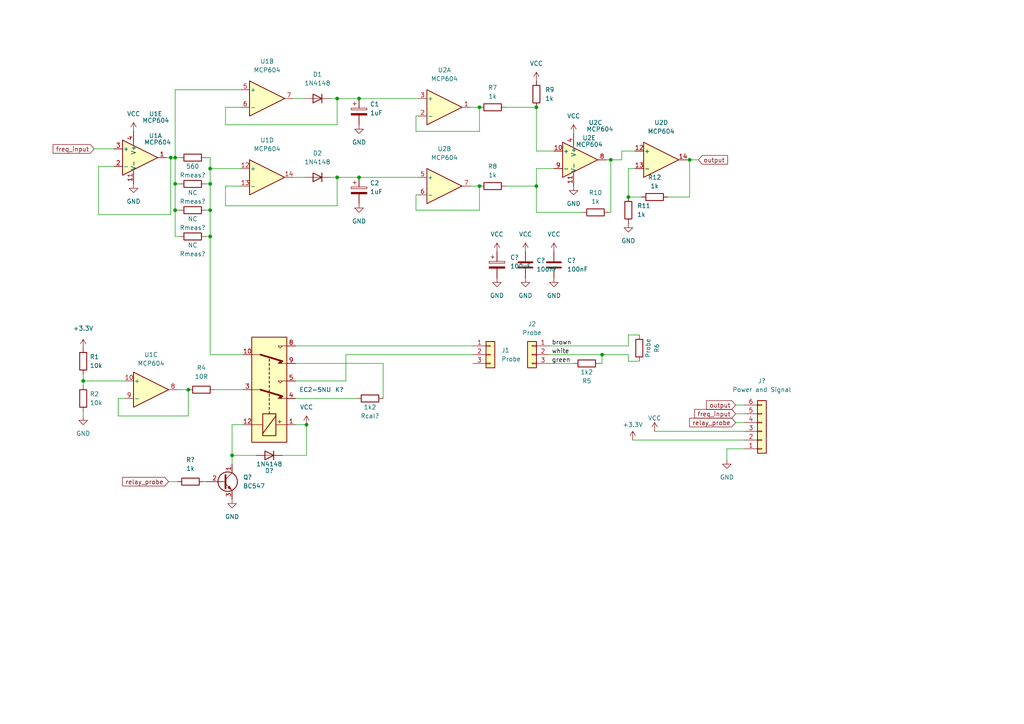
<source format=kicad_sch>
(kicad_sch (version 20211123) (generator eeschema)
  (paper "A4")
  (lib_symbols
    (symbol "Amplifier_Operational:MCP604" (pin_names (offset 0.127))
      (property "Reference" "U" (at 0 5.08 0))
      (property "Value" "MCP604" (at 0 -5.08 0))
      (symbol "MCP604_1_1"
        (polyline (pts (xy -5.08 5.08) (xy 5.08 0) (xy -5.08 -5.08) (xy -5.08 5.08)) (stroke (width 0.254)) (fill (type background)))
        (pin output line (at 7.62 0 180) (length 2.54) (name "~") (number "1"))
        (pin input line (at -7.62 -2.54 0) (length 2.54) (name "-") (number "2"))
        (pin input line (at -7.62 2.54 0) (length 2.54) (name "+") (number "3"))
      )
      (symbol "MCP604_2_1"
        (polyline (pts (xy -5.08 5.08) (xy 5.08 0) (xy -5.08 -5.08) (xy -5.08 5.08)) (stroke (width 0.254)) (fill (type background)))
        (pin input line (at -7.62 2.54 0) (length 2.54) (name "+") (number "5"))
        (pin input line (at -7.62 -2.54 0) (length 2.54) (name "-") (number "6"))
        (pin output line (at 7.62 0 180) (length 2.54) (name "~") (number "7"))
      )
      (symbol "MCP604_3_1"
        (polyline (pts (xy -5.08 5.08) (xy 5.08 0) (xy -5.08 -5.08) (xy -5.08 5.08)) (stroke (width 0.254)) (fill (type background)))
        (pin input line (at -7.62 2.54 0) (length 2.54) (name "+") (number "10"))
        (pin output line (at 7.62 0 180) (length 2.54) (name "~") (number "8"))
        (pin input line (at -7.62 -2.54 0) (length 2.54) (name "-") (number "9"))
      )
      (symbol "MCP604_4_1"
        (polyline (pts (xy -5.08 5.08) (xy 5.08 0) (xy -5.08 -5.08) (xy -5.08 5.08)) (stroke (width 0.254)) (fill (type background)))
        (pin input line (at -7.62 2.54 0) (length 2.54) (name "+") (number "12"))
        (pin input line (at -7.62 -2.54 0) (length 2.54) (name "-") (number "13"))
        (pin output line (at 7.62 0 180) (length 2.54) (name "~") (number "14"))
      )
      (symbol "MCP604_5_1"
        (pin power_in line (at -2.54 -7.62 90) (length 3.81) (name "V-") (number "11"))
        (pin power_in line (at -2.54 7.62 270) (length 3.81) (name "V+") (number "4"))
      )
    )
    (symbol "Connector_Generic:Conn_01x03" (pin_names (offset 1.016) hide)
      (property "Reference" "J" (at 0 5.08 0))
      (property "Value" "Conn_01x03" (at 0 -5.08 0))
      (symbol "Conn_01x03_1_1"
        (rectangle (start -1.27 -2.413) (end 0 -2.667) (stroke (width 0.1524)))
        (rectangle (start -1.27 0.127) (end 0 -0.127) (stroke (width 0.1524)))
        (rectangle (start -1.27 2.667) (end 0 2.413) (stroke (width 0.1524)))
        (rectangle (start -1.27 3.81) (end 1.27 -3.81) (stroke (width 0.254)) (fill (type background)))
        (pin passive line (at -5.08 2.54 0) (length 3.81) (name "Pin_1") (number "1"))
        (pin passive line (at -5.08 0 0) (length 3.81) (name "Pin_2") (number "2"))
        (pin passive line (at -5.08 -2.54 0) (length 3.81) (name "Pin_3") (number "3"))
      )
    )
    (symbol "Connector_Generic:Conn_01x06" (pin_names (offset 1.016) hide)
      (property "Reference" "J" (at 0 7.62 0))
      (property "Value" "Conn_01x06" (at 0 -10.16 0))
      (symbol "Conn_01x06_1_1"
        (rectangle (start -1.27 -7.493) (end 0 -7.747) (stroke (width 0.1524)))
        (rectangle (start -1.27 -4.953) (end 0 -5.207) (stroke (width 0.1524)))
        (rectangle (start -1.27 -2.413) (end 0 -2.667) (stroke (width 0.1524)))
        (rectangle (start -1.27 0.127) (end 0 -0.127) (stroke (width 0.1524)))
        (rectangle (start -1.27 2.667) (end 0 2.413) (stroke (width 0.1524)))
        (rectangle (start -1.27 5.207) (end 0 4.953) (stroke (width 0.1524)))
        (rectangle (start -1.27 6.35) (end 1.27 -8.89) (stroke (width 0.254)) (fill (type background)))
        (pin passive line (at -5.08 5.08 0) (length 3.81) (name "Pin_1") (number "1"))
        (pin passive line (at -5.08 2.54 0) (length 3.81) (name "Pin_2") (number "2"))
        (pin passive line (at -5.08 0 0) (length 3.81) (name "Pin_3") (number "3"))
        (pin passive line (at -5.08 -2.54 0) (length 3.81) (name "Pin_4") (number "4"))
        (pin passive line (at -5.08 -5.08 0) (length 3.81) (name "Pin_5") (number "5"))
        (pin passive line (at -5.08 -7.62 0) (length 3.81) (name "Pin_6") (number "6"))
      )
    )
    (symbol "Device:C" (pin_numbers hide) (pin_names (offset 0.254))
      (property "Reference" "C" (at 0.635 2.54 0))
      (property "Value" "C" (at 0.635 -2.54 0))
      (symbol "C_0_1"
        (polyline (pts (xy -2.032 -0.762) (xy 2.032 -0.762)) (stroke (width 0.508)))
        (polyline (pts (xy -2.032 0.762) (xy 2.032 0.762)) (stroke (width 0.508)))
      )
      (symbol "C_1_1"
        (pin passive line (at 0 3.81 270) (length 2.794) (name "~") (number "1"))
        (pin passive line (at 0 -3.81 90) (length 2.794) (name "~") (number "2"))
      )
    )
    (symbol "Device:C_Polarized" (pin_numbers hide) (pin_names (offset 0.254))
      (property "Reference" "C" (at 0.635 2.54 0))
      (property "Value" "C_Polarized" (at 0.635 -2.54 0))
      (symbol "C_Polarized_0_1"
        (rectangle (start -2.286 0.508) (end 2.286 1.016))
        (polyline (pts (xy -1.778 2.286) (xy -0.762 2.286)))
        (polyline (pts (xy -1.27 2.794) (xy -1.27 1.778)))
        (rectangle (start 2.286 -0.508) (end -2.286 -1.016) (fill (type outline)))
      )
      (symbol "C_Polarized_1_1"
        (pin passive line (at 0 3.81 270) (length 2.794) (name "~") (number "1"))
        (pin passive line (at 0 -3.81 90) (length 2.794) (name "~") (number "2"))
      )
    )
    (symbol "Device:R" (pin_numbers hide) (pin_names (offset 0))
      (property "Reference" "R" (at 2.032 0 90))
      (property "Value" "R" (at 0 0 90))
      (symbol "R_0_1"
        (rectangle (start -1.016 -2.54) (end 1.016 2.54) (stroke (width 0.254)))
      )
      (symbol "R_1_1"
        (pin passive line (at 0 3.81 270) (length 1.27) (name "~") (number "1"))
        (pin passive line (at 0 -3.81 90) (length 1.27) (name "~") (number "2"))
      )
    )
    (symbol "Diode:1N4148" (pin_numbers hide) (pin_names hide)
      (property "Reference" "D" (at 0 2.54 0))
      (property "Value" "1N4148" (at 0 -2.54 0))
      (symbol "1N4148_0_1"
        (polyline (pts (xy -1.27 1.27) (xy -1.27 -1.27)) (stroke (width 0.254)))
        (polyline (pts (xy 1.27 0) (xy -1.27 0)))
        (polyline (pts (xy 1.27 1.27) (xy 1.27 -1.27) (xy -1.27 0) (xy 1.27 1.27)) (stroke (width 0.254)))
      )
      (symbol "1N4148_1_1"
        (pin passive line (at -3.81 0 0) (length 2.54) (name "K") (number "1"))
        (pin passive line (at 3.81 0 180) (length 2.54) (name "A") (number "2"))
      )
    )
    (symbol "EC2-5NU_1"
      (property "Reference" "K?" (at 0 20.32 90))
      (property "Value" "EC2-5NU_1" (at 0 17.78 90))
      (symbol "EC2-5NU_1_1_1"
        (rectangle (start -15.24 5.08) (end 15.24 -5.08) (stroke (width 0.254)) (fill (type background)))
        (rectangle (start -13.335 1.905) (end -6.985 -1.905) (stroke (width 0.254)))
        (polyline (pts (xy -12.7 -1.905) (xy -7.62 1.905)) (stroke (width 0.254)))
        (polyline (pts (xy -10.16 -5.08) (xy -10.16 -1.905)))
        (polyline (pts (xy -10.16 5.08) (xy -10.16 1.905)))
        (polyline (pts (xy -6.985 0) (xy -6.35 0)) (stroke (width 0.254)))
        (polyline (pts (xy -5.715 0) (xy -5.08 0)) (stroke (width 0.254)))
        (polyline (pts (xy -4.445 0) (xy -3.81 0)) (stroke (width 0.254)))
        (polyline (pts (xy -3.175 0) (xy -2.54 0)) (stroke (width 0.254)))
        (polyline (pts (xy -1.905 0) (xy -1.27 0)) (stroke (width 0.254)))
        (polyline (pts (xy -0.635 0) (xy 0 0)) (stroke (width 0.254)))
        (polyline (pts (xy 0 -2.54) (xy -1.905 3.81)) (stroke (width 0.508)))
        (polyline (pts (xy 0 -2.54) (xy 0 -5.08)))
        (polyline (pts (xy 0.635 0) (xy 1.27 0)) (stroke (width 0.254)))
        (polyline (pts (xy 1.905 0) (xy 2.54 0)) (stroke (width 0.254)))
        (polyline (pts (xy 3.175 0) (xy 3.81 0)) (stroke (width 0.254)))
        (polyline (pts (xy 4.445 0) (xy 5.08 0)) (stroke (width 0.254)))
        (polyline (pts (xy 5.715 0) (xy 6.35 0)) (stroke (width 0.254)))
        (polyline (pts (xy 6.985 0) (xy 7.62 0)) (stroke (width 0.254)))
        (polyline (pts (xy 8.255 0) (xy 8.89 0)) (stroke (width 0.254)))
        (polyline (pts (xy 10.16 -2.54) (xy 8.255 3.81)) (stroke (width 0.508)))
        (polyline (pts (xy 10.16 -2.54) (xy 10.16 -5.08)))
        (polyline (pts (xy -2.54 5.08) (xy -2.54 2.54) (xy -1.905 3.175) (xy -2.54 3.81)) (fill (type outline)))
        (polyline (pts (xy 2.54 5.08) (xy 2.54 2.54) (xy 1.905 3.175) (xy 2.54 3.81)))
        (polyline (pts (xy 7.62 5.08) (xy 7.62 2.54) (xy 8.255 3.175) (xy 7.62 3.81)) (fill (type outline)))
        (polyline (pts (xy 12.7 5.08) (xy 12.7 2.54) (xy 12.065 3.175) (xy 12.7 3.81)))
        (text "+" (at -9.271 2.921 0) (effects (font (size 1.27 1.27))))
        (pin passive line (at -10.16 7.62 270) (length 2.54) (name "~") (number "1"))
        (pin passive line (at 10.16 -7.62 90) (length 2.54) (name "~") (number "10"))
        (pin passive line (at -10.16 -7.62 90) (length 2.54) (name "~") (number "12"))
        (pin passive line (at 0 -7.62 90) (length 2.54) (name "~") (number "3"))
        (pin passive line (at -2.54 7.62 270) (length 2.54) (name "~") (number "4"))
        (pin passive line (at 2.54 7.62 270) (length 2.54) (name "~") (number "5"))
        (pin passive line (at 12.7 7.62 270) (length 2.54) (name "~") (number "8"))
        (pin passive line (at 7.62 7.62 270) (length 2.54) (name "~") (number "9"))
      )
    )
    (symbol "Transistor_BJT:BC547" (pin_names (offset 0) hide)
      (property "Reference" "Q" (at 5.08 1.905 0))
      (property "Value" "BC547" (at 5.08 0 0))
      (symbol "BC547_0_1"
        (polyline (pts (xy 0 0) (xy 0.635 0)))
        (polyline (pts (xy 0.635 0.635) (xy 2.54 2.54)))
        (polyline (pts (xy 0.635 -0.635) (xy 2.54 -2.54) (xy 2.54 -2.54)))
        (polyline (pts (xy 0.635 1.905) (xy 0.635 -1.905) (xy 0.635 -1.905)) (stroke (width 0.508)))
        (polyline (pts (xy 1.27 -1.778) (xy 1.778 -1.27) (xy 2.286 -2.286) (xy 1.27 -1.778) (xy 1.27 -1.778)) (fill (type outline)))
        (circle (center 1.27 0) (radius 2.8194) (stroke (width 0.254)))
      )
      (symbol "BC547_1_1"
        (pin passive line (at 2.54 5.08 270) (length 2.54) (name "C") (number "1"))
        (pin input line (at -5.08 0 0) (length 5.08) (name "B") (number "2"))
        (pin passive line (at 2.54 -5.08 90) (length 2.54) (name "E") (number "3"))
      )
    )
    (symbol "power:+3.3V" (power) (pin_names (offset 0))
      (property "Value" "+3.3V" (at 0 3.556 0))
      (symbol "+3.3V_0_1"
        (polyline (pts (xy -0.762 1.27) (xy 0 2.54)))
        (polyline (pts (xy 0 0) (xy 0 2.54)))
        (polyline (pts (xy 0 2.54) (xy 0.762 1.27)))
      )
      (symbol "+3.3V_1_1"
        (pin power_in line (at 0 0 90) (length 0) hide (name "+3.3V") (number "1"))
      )
    )
    (symbol "power:GND" (power) (pin_names (offset 0))
      (property "Value" "GND" (at 0 -3.81 0))
      (symbol "GND_0_1"
        (polyline (pts (xy 0 0) (xy 0 -1.27) (xy 1.27 -1.27) (xy 0 -2.54) (xy -1.27 -1.27) (xy 0 -1.27)))
      )
      (symbol "GND_1_1"
        (pin power_in line (at 0 0 270) (length 0) hide (name "GND") (number "1"))
      )
    )
    (symbol "power:VCC" (power) (pin_names (offset 0))
      (property "Value" "VCC" (at 0 3.81 0))
      (symbol "VCC_0_1"
        (polyline (pts (xy -0.762 1.27) (xy 0 2.54)))
        (polyline (pts (xy 0 0) (xy 0 2.54)))
        (polyline (pts (xy 0 2.54) (xy 0.762 1.27)))
      )
      (symbol "VCC_1_1"
        (pin power_in line (at 0 0 90) (length 0) hide (name "VCC") (number "1"))
      )
    )
  )
  (junction (at 155.575 31.115))
  (junction (at 182.245 57.15))
  (junction (at 67.31 132.08))
  (junction (at 50.8 45.72))
  (junction (at 50.8 53.34))
  (junction (at 97.79 51.435))
  (junction (at 177.165 46.355))
  (junction (at 174.625 102.87))
  (junction (at 60.96 48.895))
  (junction (at 60.96 53.34))
  (junction (at 139.065 53.975))
  (junction (at 60.96 60.96))
  (junction (at 50.8 60.96))
  (junction (at 49.53 45.72))
  (junction (at 24.13 110.49))
  (junction (at 54.61 113.03))
  (junction (at 104.14 51.435))
  (junction (at 97.79 28.575))
  (junction (at 88.9 123.19))
  (junction (at 200.025 46.355))
  (junction (at 155.575 53.975))
  (junction (at 139.065 31.115))
  (junction (at 104.14 28.575))
  (junction (at 60.96 68.58))
  (wire (pts (xy 70.485 102.87) (xy 60.96 102.87)))
  (wire (pts (xy 174.625 105.41) (xy 173.99 105.41)))
  (wire (pts (xy 50.8 53.34) (xy 50.8 45.72)))
  (wire (pts (xy 100.33 102.87) (xy 100.33 110.49)))
  (wire (pts (xy 139.065 38.1) (xy 120.65 38.1)))
  (wire (pts (xy 180.34 43.815) (xy 184.15 43.815)))
  (wire (pts (xy 200.025 46.355) (xy 199.39 46.355)))
  (wire (pts (xy 168.91 61.595) (xy 155.575 61.595)))
  (wire (pts (xy 177.165 46.355) (xy 175.895 46.355)))
  (wire (pts (xy 34.29 120.65) (xy 34.29 115.57)))
  (wire (pts (xy 120.65 60.96) (xy 120.65 56.515)))
  (wire (pts (xy 67.31 123.19) (xy 70.485 123.19)))
  (wire (pts (xy 88.9 123.19) (xy 88.9 132.08)))
  (wire (pts (xy 97.79 36.195) (xy 97.79 28.575)))
  (wire (pts (xy 189.865 125.095) (xy 215.9 125.095)))
  (wire (pts (xy 146.685 31.115) (xy 155.575 31.115)))
  (wire (pts (xy 177.165 46.355) (xy 180.34 46.355)))
  (wire (pts (xy 50.8 26.035) (xy 69.85 26.035)))
  (wire (pts (xy 180.34 46.355) (xy 180.34 43.815)))
  (wire (pts (xy 120.65 33.655) (xy 121.285 33.655)))
  (wire (pts (xy 59.69 53.34) (xy 60.96 53.34)))
  (wire (pts (xy 139.065 31.115) (xy 139.065 38.1)))
  (wire (pts (xy 48.26 45.72) (xy 49.53 45.72)))
  (wire (pts (xy 85.09 51.435) (xy 88.265 51.435)))
  (wire (pts (xy 182.245 48.895) (xy 182.245 57.15)))
  (wire (pts (xy 182.245 104.775) (xy 185.42 104.775)))
  (wire (pts (xy 49.53 62.23) (xy 28.575 62.23)))
  (wire (pts (xy 159.385 105.41) (xy 166.37 105.41)))
  (wire (pts (xy 174.625 102.87) (xy 174.625 105.41)))
  (wire (pts (xy 155.575 48.895) (xy 160.655 48.895)))
  (wire (pts (xy 146.685 53.975) (xy 155.575 53.975)))
  (wire (pts (xy 50.8 68.58) (xy 50.8 60.96)))
  (wire (pts (xy 97.79 51.435) (xy 104.14 51.435)))
  (wire (pts (xy 34.29 115.57) (xy 36.195 115.57)))
  (wire (pts (xy 215.9 130.175) (xy 210.82 130.175)))
  (wire (pts (xy 48.895 139.7) (xy 51.435 139.7)))
  (wire (pts (xy 54.61 113.03) (xy 54.61 120.65)))
  (wire (pts (xy 60.96 60.96) (xy 60.96 68.58)))
  (wire (pts (xy 59.69 68.58) (xy 60.96 68.58)))
  (wire (pts (xy 182.245 57.15) (xy 186.055 57.15)))
  (wire (pts (xy 85.725 100.33) (xy 137.16 100.33)))
  (wire (pts (xy 97.79 59.69) (xy 65.405 59.69)))
  (wire (pts (xy 97.79 28.575) (xy 95.885 28.575)))
  (wire (pts (xy 85.09 28.575) (xy 88.265 28.575)))
  (wire (pts (xy 28.575 62.23) (xy 28.575 48.26)))
  (wire (pts (xy 49.53 45.72) (xy 49.53 62.23)))
  (wire (pts (xy 28.575 48.26) (xy 33.02 48.26)))
  (wire (pts (xy 120.65 38.1) (xy 120.65 33.655)))
  (wire (pts (xy 139.065 60.96) (xy 120.65 60.96)))
  (wire (pts (xy 60.96 53.34) (xy 60.96 60.96)))
  (wire (pts (xy 59.69 60.96) (xy 60.96 60.96)))
  (wire (pts (xy 50.8 45.72) (xy 52.07 45.72)))
  (wire (pts (xy 65.405 31.115) (xy 65.405 36.195)))
  (wire (pts (xy 182.245 97.155) (xy 182.245 100.33)))
  (wire (pts (xy 97.79 28.575) (xy 104.14 28.575)))
  (wire (pts (xy 65.405 59.69) (xy 65.405 53.975)))
  (wire (pts (xy 69.85 48.895) (xy 60.96 48.895)))
  (wire (pts (xy 174.625 102.87) (xy 182.245 102.87)))
  (wire (pts (xy 182.245 102.87) (xy 182.245 104.775)))
  (wire (pts (xy 24.13 110.49) (xy 36.195 110.49)))
  (wire (pts (xy 159.385 100.33) (xy 182.245 100.33)))
  (wire (pts (xy 213.36 120.015) (xy 215.9 120.015)))
  (wire (pts (xy 62.23 113.03) (xy 70.485 113.03)))
  (wire (pts (xy 67.31 132.08) (xy 74.295 132.08)))
  (wire (pts (xy 52.07 53.34) (xy 50.8 53.34)))
  (wire (pts (xy 184.15 48.895) (xy 182.245 48.895)))
  (wire (pts (xy 50.8 60.96) (xy 50.8 53.34)))
  (wire (pts (xy 88.9 132.08) (xy 81.915 132.08)))
  (wire (pts (xy 210.82 130.175) (xy 210.82 133.35)))
  (wire (pts (xy 213.36 122.555) (xy 215.9 122.555)))
  (wire (pts (xy 59.055 139.7) (xy 59.69 139.7)))
  (wire (pts (xy 69.85 31.115) (xy 65.405 31.115)))
  (wire (pts (xy 213.36 117.475) (xy 215.9 117.475)))
  (wire (pts (xy 24.13 110.49) (xy 24.13 111.76)))
  (wire (pts (xy 60.96 48.895) (xy 60.96 53.34)))
  (wire (pts (xy 136.525 53.975) (xy 139.065 53.975)))
  (wire (pts (xy 177.165 61.595) (xy 177.165 46.355)))
  (wire (pts (xy 65.405 53.975) (xy 69.85 53.975)))
  (wire (pts (xy 59.69 45.72) (xy 60.96 45.72)))
  (wire (pts (xy 155.575 61.595) (xy 155.575 53.975)))
  (wire (pts (xy 200.025 46.355) (xy 202.565 46.355)))
  (wire (pts (xy 50.8 45.72) (xy 50.8 26.035)))
  (wire (pts (xy 139.065 53.975) (xy 139.065 60.96)))
  (wire (pts (xy 67.31 132.08) (xy 67.31 123.19)))
  (wire (pts (xy 49.53 45.72) (xy 50.8 45.72)))
  (wire (pts (xy 185.42 97.155) (xy 182.245 97.155)))
  (wire (pts (xy 24.13 108.585) (xy 24.13 110.49)))
  (wire (pts (xy 60.96 45.72) (xy 60.96 48.895)))
  (wire (pts (xy 54.61 120.65) (xy 34.29 120.65)))
  (wire (pts (xy 85.725 123.19) (xy 88.9 123.19)))
  (wire (pts (xy 159.385 102.87) (xy 174.625 102.87)))
  (wire (pts (xy 97.79 51.435) (xy 97.79 59.69)))
  (wire (pts (xy 111.125 105.41) (xy 111.125 115.57)))
  (wire (pts (xy 120.65 56.515) (xy 121.285 56.515)))
  (wire (pts (xy 52.07 60.96) (xy 50.8 60.96)))
  (wire (pts (xy 24.13 119.38) (xy 24.13 120.65)))
  (wire (pts (xy 193.675 57.15) (xy 200.025 57.15)))
  (wire (pts (xy 137.16 102.87) (xy 100.33 102.87)))
  (wire (pts (xy 95.885 51.435) (xy 97.79 51.435)))
  (wire (pts (xy 100.33 110.49) (xy 85.725 110.49)))
  (wire (pts (xy 155.575 43.815) (xy 160.655 43.815)))
  (wire (pts (xy 183.515 127.635) (xy 215.9 127.635)))
  (wire (pts (xy 155.575 31.115) (xy 155.575 43.815)))
  (wire (pts (xy 85.725 105.41) (xy 111.125 105.41)))
  (wire (pts (xy 52.07 68.58) (xy 50.8 68.58)))
  (wire (pts (xy 155.575 53.975) (xy 155.575 48.895)))
  (wire (pts (xy 60.96 68.58) (xy 60.96 102.87)))
  (wire (pts (xy 104.14 51.435) (xy 121.285 51.435)))
  (wire (pts (xy 103.505 115.57) (xy 85.725 115.57)))
  (wire (pts (xy 200.025 57.15) (xy 200.025 46.355)))
  (wire (pts (xy 176.53 61.595) (xy 177.165 61.595)))
  (wire (pts (xy 136.525 31.115) (xy 139.065 31.115)))
  (wire (pts (xy 51.435 113.03) (xy 54.61 113.03)))
  (wire (pts (xy 65.405 36.195) (xy 97.79 36.195)))
  (wire (pts (xy 67.31 134.62) (xy 67.31 132.08)))
  (wire (pts (xy 27.305 43.18) (xy 33.02 43.18)))
  (wire (pts (xy 104.14 28.575) (xy 121.285 28.575)))
  (label "green" (at 160.02 105.41 0))
  (label "brown" (at 160.02 100.33 0))
  (label "white" (at 160.02 102.87 0))
  (global_label "freq_input" (shape input) (at 27.305 43.18 180) (property "Intersheet References" "${INTERSHEET_REFS}" (effects hide)))
  (global_label "output" (shape input) (at 213.36 117.475 180) (property "Intersheet References" "${INTERSHEET_REFS}" (effects hide)))
  (global_label "relay_probe" (shape input) (at 48.895 139.7 180) (property "Intersheet References" "${INTERSHEET_REFS}" (effects hide)))
  (global_label "relay_probe" (shape input) (at 213.36 122.555 180) (property "Intersheet References" "${INTERSHEET_REFS}" (effects hide)))
  (global_label "output" (shape input) (at 202.565 46.355 0) (property "Intersheet References" "${INTERSHEET_REFS}" (effects hide)))
  (global_label "freq_input" (shape input) (at 213.36 120.015 180) (property "Intersheet References" "${INTERSHEET_REFS}" (effects hide)))
  (symbol (lib_id "Amplifier_Operational:MCP604") (at 43.815 113.03 0) (unit 3)
    (property "Reference" "U1" (at 43.815 102.87 0))
    (property "Value" "MCP604" (at 43.815 105.41 0))
    (property "Datasheet" "http://ww1.microchip.com/downloads/en/DeviceDoc/21314g.pdf" (effects hide))
  )
  (symbol (lib_id "power:VCC") (at 144.145 73.025 0) (unit 1)
    (property "Reference" "#PWR?" (effects hide))
    (property "Value" "VCC" (at 144.145 67.945 0))
  )
  (symbol (lib_id "power:GND") (at 24.13 120.65 0) (unit 1)
    (property "Reference" "#PWR02" (effects hide))
    (property "Value" "GND" (at 24.13 125.73 0))
  )
  (symbol (lib_id "Device:C_Polarized") (at 104.14 32.385 0) (unit 1)
    (property "Reference" "C1" (at 107.315 30.2259 0) (effects (justify left)))
    (property "Value" "1uF" (at 107.315 32.7659 0) (effects (justify left)))
  )
  (symbol (lib_id "Amplifier_Operational:MCP604") (at 77.47 51.435 0) (unit 4)
    (property "Reference" "U1" (at 77.47 40.64 0))
    (property "Value" "MCP604" (at 77.47 43.18 0))
    (property "Datasheet" "http://ww1.microchip.com/downloads/en/DeviceDoc/21314g.pdf" (effects hide))
  )
  (symbol (lib_id "power:GND") (at 166.37 53.975 0) (unit 1)
    (property "Reference" "#PWR09" (effects hide))
    (property "Value" "GND" (at 166.37 59.055 0))
  )
  (symbol (lib_id "power:GND") (at 104.14 59.055 0) (unit 1)
    (property "Reference" "#PWR06" (effects hide))
    (property "Value" "GND" (at 104.14 64.135 0))
  )
  (symbol (lib_id "Diode:1N4148") (at 92.075 51.435 180) (unit 1)
    (property "Reference" "D2" (at 92.075 44.45 0))
    (property "Value" "1N4148" (at 92.075 46.99 0))
    (property "Footprint" "Diode_THT:D_DO-35_SOD27_P7.62mm_Horizontal" (effects hide))
    (property "Datasheet" "https://assets.nexperia.com/documents/data-sheet/1N4148_1N4448.pdf" (effects hide))
  )
  (symbol (lib_id "Device:R") (at 185.42 100.965 180) (unit 1) (in_bom no) (on_board no)
    (property "Reference" "R6" (at 190.5 100.965 90))
    (property "Value" "Probe" (at 187.96 100.965 90))
  )
  (symbol (lib_id "power:VCC") (at 155.575 23.495 0) (unit 1)
    (property "Reference" "#PWR07" (effects hide))
    (property "Value" "VCC" (at 155.575 18.415 0))
  )
  (symbol (lib_id "Amplifier_Operational:MCP604") (at 168.275 46.355 0) (unit 3)
    (property "Reference" "U2" (at 172.72 35.56 0))
    (property "Value" "MCP604" (at 173.99 37.465 0))
    (property "Datasheet" "http://ww1.microchip.com/downloads/en/DeviceDoc/21314g.pdf" (effects hide))
  )
  (symbol (lib_id "Device:R") (at 55.245 139.7 90) (unit 1)
    (property "Reference" "R?" (at 55.245 133.35 90))
    (property "Value" "1k" (at 55.245 135.89 90))
  )
  (symbol (lib_id "Device:R") (at 107.315 115.57 90) (unit 1) (in_bom no) (on_board no)
    (property "Reference" "Rcal?" (at 107.315 120.65 90))
    (property "Value" "1k2" (at 107.315 118.11 90))
  )
  (symbol (lib_id "Device:R") (at 142.875 53.975 90) (unit 1)
    (property "Reference" "R8" (at 142.875 48.26 90))
    (property "Value" "1k" (at 142.875 50.8 90))
  )
  (symbol (lib_id "Amplifier_Operational:MCP604") (at 40.64 45.72 0) (unit 1)
    (property "Reference" "U1" (at 45.085 39.37 0))
    (property "Value" "MCP604" (at 45.72 41.275 0))
    (property "Datasheet" "http://ww1.microchip.com/downloads/en/DeviceDoc/21314g.pdf" (effects hide))
  )
  (symbol (lib_id "power:+3.3V") (at 24.13 100.965 0) (unit 1)
    (property "Reference" "#PWR01" (effects hide))
    (property "Value" "+3.3V" (at 24.13 95.25 0))
  )
  (symbol (lib_id "power:GND") (at 160.655 80.645 0) (unit 1)
    (property "Reference" "#PWR?" (effects hide))
    (property "Value" "GND" (at 160.655 85.725 0))
  )
  (symbol (lib_id "Connector_Generic:Conn_01x03") (at 154.305 102.87 0) (mirror y) (unit 1) (in_bom no) (on_board no)
    (property "Reference" "J2" (at 154.305 93.98 0))
    (property "Value" "Probe" (at 154.305 96.52 0))
  )
  (symbol (lib_id "Device:C") (at 160.655 76.835 0) (unit 1)
    (property "Reference" "C?" (at 164.465 75.5649 0) (effects (justify left)))
    (property "Value" "100nF" (at 164.465 78.1049 0) (effects (justify left)))
  )
  (symbol (lib_id "Diode:1N4148") (at 92.075 28.575 180) (unit 1)
    (property "Reference" "D1" (at 92.075 21.59 0))
    (property "Value" "1N4148" (at 92.075 24.13 0))
    (property "Footprint" "Diode_THT:D_DO-35_SOD27_P7.62mm_Horizontal" (effects hide))
    (property "Datasheet" "https://assets.nexperia.com/documents/data-sheet/1N4148_1N4448.pdf" (effects hide))
  )
  (symbol (lib_id "power:VCC") (at 38.735 38.1 0) (unit 1)
    (property "Reference" "#PWR03" (effects hide))
    (property "Value" "VCC" (at 38.735 33.02 0))
  )
  (symbol (lib_id "Transistor_BJT:BC547") (at 64.77 139.7 0) (unit 1)
    (property "Reference" "Q?" (at 70.485 138.4299 0) (effects (justify left)))
    (property "Value" "BC547" (at 70.485 140.9699 0) (effects (justify left)))
    (property "Footprint" "Package_TO_SOT_THT:TO-92_Inline" (effects hide))
    (property "Datasheet" "https://www.onsemi.com/pub/Collateral/BC550-D.pdf" (effects hide))
  )
  (symbol (lib_id "power:VCC") (at 166.37 38.735 0) (unit 1)
    (property "Reference" "#PWR08" (effects hide))
    (property "Value" "VCC" (at 166.37 33.655 0))
  )
  (symbol (lib_id "power:+3.3V") (at 183.515 127.635 0) (unit 1)
    (property "Reference" "#PWR?" (effects hide))
    (property "Value" "+3.3V" (at 183.515 123.19 0))
  )
  (symbol (lib_id "Device:C") (at 152.4 76.835 0) (unit 1)
    (property "Reference" "C?" (at 155.575 75.5649 0) (effects (justify left)))
    (property "Value" "100nF" (at 155.575 78.1049 0) (effects (justify left)))
  )
  (symbol (lib_id "Device:R") (at 189.865 57.15 90) (unit 1)
    (property "Reference" "R12" (at 189.865 51.435 90))
    (property "Value" "1k" (at 189.865 53.975 90))
  )
  (symbol (lib_id "power:GND") (at 210.82 133.35 0) (unit 1)
    (property "Reference" "#PWR?" (effects hide))
    (property "Value" "GND" (at 210.82 138.43 0))
  )
  (symbol (lib_id "Amplifier_Operational:MCP604") (at 128.905 53.975 0) (unit 2)
    (property "Reference" "U2" (at 128.905 43.18 0))
    (property "Value" "MCP604" (at 128.905 45.72 0))
    (property "Datasheet" "http://ww1.microchip.com/downloads/en/DeviceDoc/21314g.pdf" (effects hide))
  )
  (symbol (lib_id "power:GND") (at 38.735 53.34 0) (unit 1)
    (property "Reference" "#PWR04" (effects hide))
    (property "Value" "GND" (at 38.735 58.42 0))
  )
  (symbol (lib_id "Diode:1N4148") (at 78.105 132.08 180) (unit 1)
    (property "Reference" "D?" (at 78.105 136.525 0))
    (property "Value" "1N4148" (at 78.105 134.62 0))
    (property "Footprint" "Diode_THT:D_DO-35_SOD27_P7.62mm_Horizontal" (effects hide))
    (property "Datasheet" "https://assets.nexperia.com/documents/data-sheet/1N4148_1N4448.pdf" (effects hide))
  )
  (symbol (lib_id "Device:R") (at 182.245 60.96 180) (unit 1)
    (property "Reference" "R11" (at 184.785 59.6899 0) (effects (justify right)))
    (property "Value" "1k" (at 184.785 62.2299 0) (effects (justify right)))
  )
  (symbol (lib_id "power:VCC") (at 189.865 125.095 0) (unit 1)
    (property "Reference" "#PWR?" (effects hide))
    (property "Value" "VCC" (at 189.865 121.285 0))
  )
  (symbol (lib_id "Device:R") (at 24.13 104.775 180) (unit 1)
    (property "Reference" "R1" (at 26.035 103.5049 0) (effects (justify right)))
    (property "Value" "10k" (at 26.035 106.0449 0) (effects (justify right)))
  )
  (symbol (lib_id "Device:C_Polarized") (at 144.145 76.835 0) (unit 1)
    (property "Reference" "C?" (at 147.955 74.6759 0) (effects (justify left)))
    (property "Value" "100uF" (at 147.955 77.2159 0) (effects (justify left)))
  )
  (symbol (lib_id "Device:R") (at 55.88 53.34 90) (unit 1) (in_bom no) (on_board no)
    (property "Reference" "Rmeas?" (at 55.88 58.42 90))
    (property "Value" "NC" (at 55.88 55.88 90))
  )
  (symbol (lib_id "Device:R") (at 55.88 45.72 90) (unit 1) (in_bom no) (on_board no)
    (property "Reference" "Rmeas?" (at 55.88 50.8 90))
    (property "Value" "560" (at 55.88 48.26 90))
  )
  (symbol (lib_id "Device:R") (at 170.18 105.41 90) (unit 1) (in_bom no) (on_board no)
    (property "Reference" "R5" (at 170.18 110.49 90))
    (property "Value" "1k2" (at 170.18 107.95 90))
  )
  (symbol (lib_id "Device:R") (at 55.88 68.58 90) (unit 1) (in_bom no) (on_board no)
    (property "Reference" "Rmeas?" (at 55.88 73.66 90))
    (property "Value" "NC" (at 55.88 71.12 90))
  )
  (symbol (lib_id "Connector_Generic:Conn_01x03") (at 142.24 102.87 0) (unit 1)
    (property "Reference" "J1" (at 145.415 101.5999 0) (effects (justify left)))
    (property "Value" "Probe" (at 145.415 104.1399 0) (effects (justify left)))
  )
  (symbol (lib_id "power:GND") (at 67.31 144.78 0) (unit 1)
    (property "Reference" "#PWR?" (effects hide))
    (property "Value" "GND" (at 67.31 149.86 0))
  )
  (symbol (lib_id "Device:R") (at 142.875 31.115 90) (unit 1)
    (property "Reference" "R7" (at 142.875 25.4 90))
    (property "Value" "1k" (at 142.875 27.94 90))
  )
  (symbol (lib_id "power:VCC") (at 152.4 73.025 0) (unit 1)
    (property "Reference" "#PWR?" (effects hide))
    (property "Value" "VCC" (at 152.4 67.945 0))
  )
  (symbol (lib_id "Device:R") (at 55.88 60.96 90) (unit 1) (in_bom no) (on_board no)
    (property "Reference" "Rmeas?" (at 55.88 66.04 90))
    (property "Value" "NC" (at 55.88 63.5 90))
  )
  (symbol (lib_id "Amplifier_Operational:MCP604") (at 168.91 46.355 0) (unit 5)
    (property "Reference" "U2" (at 168.91 40.005 0) (effects (justify left)))
    (property "Value" "MCP604" (at 167.005 41.91 0) (effects (justify left)))
    (property "Datasheet" "http://ww1.microchip.com/downloads/en/DeviceDoc/21314g.pdf" (effects hide))
  )
  (symbol (lib_id "Amplifier_Operational:MCP604") (at 128.905 31.115 0) (unit 1)
    (property "Reference" "U2" (at 128.905 20.32 0))
    (property "Value" "MCP604" (at 128.905 22.86 0))
    (property "Datasheet" "http://ww1.microchip.com/downloads/en/DeviceDoc/21314g.pdf" (effects hide))
  )
  (symbol (lib_id "Amplifier_Operational:MCP604") (at 77.47 28.575 0) (unit 2)
    (property "Reference" "U1" (at 77.47 17.78 0))
    (property "Value" "MCP604" (at 77.47 20.32 0))
    (property "Datasheet" "http://ww1.microchip.com/downloads/en/DeviceDoc/21314g.pdf" (effects hide))
  )
  (symbol (lib_id "power:GND") (at 104.14 36.195 0) (unit 1)
    (property "Reference" "#PWR05" (effects hide))
    (property "Value" "GND" (at 104.14 41.275 0))
  )
  (symbol (lib_id "power:GND") (at 152.4 80.645 0) (unit 1)
    (property "Reference" "#PWR?" (effects hide))
    (property "Value" "GND" (at 152.4 85.725 0))
  )
  (symbol (lib_id "power:VCC") (at 160.655 73.025 0) (unit 1)
    (property "Reference" "#PWR?" (effects hide))
    (property "Value" "VCC" (at 160.655 67.945 0))
  )
  (symbol (lib_id "Device:R") (at 172.72 61.595 90) (unit 1)
    (property "Reference" "R10" (at 172.72 55.88 90))
    (property "Value" "1k" (at 172.72 58.42 90))
  )
  (symbol (lib_id "Device:R") (at 58.42 113.03 90) (unit 1)
    (property "Reference" "R4" (at 58.42 106.68 90))
    (property "Value" "10R" (at 58.42 109.22 90))
  )
  (symbol (lib_id "Amplifier_Operational:MCP604") (at 41.275 45.72 0) (unit 5)
    (property "Reference" "U1" (at 43.18 33.02 0) (effects (justify left)))
    (property "Value" "MCP604" (at 41.275 34.925 0) (effects (justify left)))
    (property "Datasheet" "http://ww1.microchip.com/downloads/en/DeviceDoc/21314g.pdf" (effects hide))
  )
  (symbol (lib_id "power:VCC") (at 88.9 123.19 0) (unit 1)
    (property "Reference" "#PWR?" (effects hide))
    (property "Value" "VCC" (at 88.9 118.11 0))
  )
  (symbol (lib_id "Device:R") (at 155.575 27.305 180) (unit 1)
    (property "Reference" "R9" (at 158.115 26.0349 0) (effects (justify right)))
    (property "Value" "1k" (at 158.115 28.5749 0) (effects (justify right)))
  )
  (symbol (lib_id "power:GND") (at 144.145 80.645 0) (unit 1)
    (property "Reference" "#PWR?" (effects hide))
    (property "Value" "GND" (at 144.145 85.725 0))
  )
  (symbol (lib_id "Connector_Generic:Conn_01x06") (at 220.98 125.095 0) (mirror x) (unit 1)
    (property "Reference" "J?" (at 220.98 110.49 0))
    (property "Value" "Power and Signal" (at 220.98 113.03 0))
  )
  (symbol (lib_id "power:GND") (at 182.245 64.77 0) (unit 1)
    (property "Reference" "#PWR010" (effects hide))
    (property "Value" "GND" (at 182.245 69.85 0))
  )
  (symbol (lib_name "EC2-5NU_1") (lib_id "Relay:EC2-5NU") (at 78.105 113.03 270) (mirror x) (unit 1)
    (property "Reference" "K?" (at 98.425 113.03 90))
    (property "Value" "EC2-5NU" (at 91.44 113.03 90))
    (property "Footprint" "Relay_THT:Relay_DPDT_Kemet_EC2" (effects hide))
    (property "Datasheet" "https://content.kemet.com/datasheets/KEM_R7002_EC2_EE2.pdf" (effects hide))
  )
  (symbol (lib_id "Amplifier_Operational:MCP604") (at 191.77 46.355 0) (unit 4)
    (property "Reference" "U2" (at 191.77 35.56 0))
    (property "Value" "MCP604" (at 191.77 38.1 0))
    (property "Datasheet" "http://ww1.microchip.com/downloads/en/DeviceDoc/21314g.pdf" (effects hide))
  )
  (symbol (lib_id "Device:C_Polarized") (at 104.14 55.245 0) (unit 1)
    (property "Reference" "C2" (at 107.315 53.0859 0) (effects (justify left)))
    (property "Value" "1uF" (at 107.315 55.6259 0) (effects (justify left)))
  )
  (symbol (lib_id "Device:R") (at 24.13 115.57 180) (unit 1)
    (property "Reference" "R2" (at 26.035 114.2999 0) (effects (justify right)))
    (property "Value" "10k" (at 26.035 116.8399 0) (effects (justify right)))
  )
)
</source>
